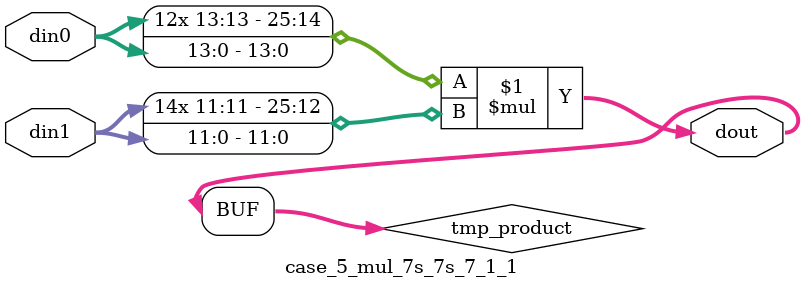
<source format=v>

`timescale 1 ns / 1 ps

 module case_5_mul_7s_7s_7_1_1(din0, din1, dout);
parameter ID = 1;
parameter NUM_STAGE = 0;
parameter din0_WIDTH = 14;
parameter din1_WIDTH = 12;
parameter dout_WIDTH = 26;

input [din0_WIDTH - 1 : 0] din0; 
input [din1_WIDTH - 1 : 0] din1; 
output [dout_WIDTH - 1 : 0] dout;

wire signed [dout_WIDTH - 1 : 0] tmp_product;



























assign tmp_product = $signed(din0) * $signed(din1);








assign dout = tmp_product;





















endmodule

</source>
